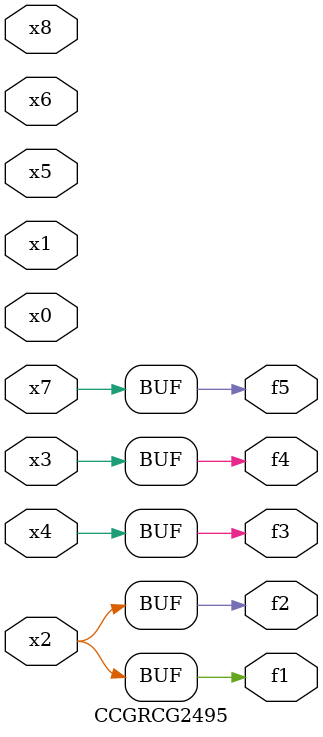
<source format=v>
module CCGRCG2495(
	input x0, x1, x2, x3, x4, x5, x6, x7, x8,
	output f1, f2, f3, f4, f5
);
	assign f1 = x2;
	assign f2 = x2;
	assign f3 = x4;
	assign f4 = x3;
	assign f5 = x7;
endmodule

</source>
